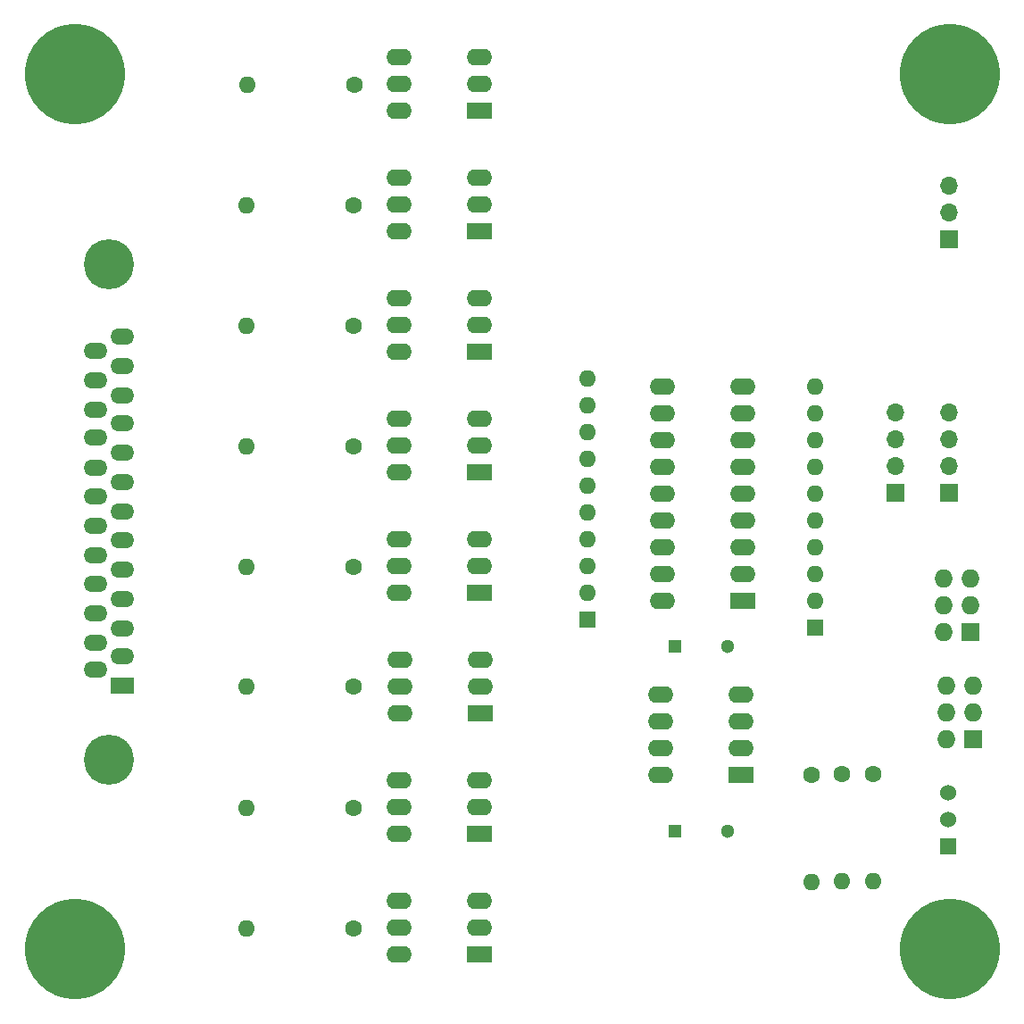
<source format=gts>
%TF.GenerationSoftware,KiCad,Pcbnew,(6.0.1)*%
%TF.CreationDate,2022-09-29T14:04:55-04:00*%
%TF.ProjectId,OptoOut8-I2C,4f70746f-4f75-4743-982d-4932432e6b69,4*%
%TF.SameCoordinates,Original*%
%TF.FileFunction,Soldermask,Top*%
%TF.FilePolarity,Negative*%
%FSLAX46Y46*%
G04 Gerber Fmt 4.6, Leading zero omitted, Abs format (unit mm)*
G04 Created by KiCad (PCBNEW (6.0.1)) date 2022-09-29 14:04:55*
%MOMM*%
%LPD*%
G01*
G04 APERTURE LIST*
%ADD10C,4.750000*%
%ADD11R,2.250000X1.524000*%
%ADD12O,2.250000X1.524000*%
%ADD13C,1.600000*%
%ADD14O,1.600000X1.600000*%
%ADD15R,2.400000X1.600000*%
%ADD16O,2.400000X1.600000*%
%ADD17C,9.525000*%
%ADD18R,1.700000X1.700000*%
%ADD19O,1.700000X1.700000*%
%ADD20R,1.600000X1.600000*%
%ADD21R,1.524000X1.524000*%
%ADD22C,1.524000*%
%ADD23R,1.727200X1.727200*%
%ADD24O,1.727200X1.727200*%
%ADD25R,1.300000X1.300000*%
%ADD26C,1.300000*%
G04 APERTURE END LIST*
D10*
%TO.C,J7*%
X39255700Y-90982800D03*
X39255700Y-43992800D03*
D11*
X40525700Y-83997800D03*
D12*
X40525700Y-81203800D03*
X40525700Y-78536800D03*
X40525700Y-75742800D03*
X40525700Y-72948800D03*
X40525700Y-70154800D03*
X40525700Y-67487800D03*
X40525700Y-64693800D03*
X40525700Y-61899800D03*
X40525700Y-59105800D03*
X40525700Y-56438800D03*
X40525700Y-53644800D03*
X40525700Y-50850800D03*
X37985700Y-82423000D03*
X37985700Y-79883000D03*
X37985700Y-77089000D03*
X37985700Y-74345800D03*
X37985700Y-71602600D03*
X37985700Y-68808600D03*
X37985700Y-66065400D03*
X37985700Y-63322200D03*
X37985700Y-60477400D03*
X37985700Y-57785000D03*
X37985700Y-55041800D03*
X37985700Y-52247800D03*
%TD*%
D13*
%TO.C,R1*%
X62510000Y-27000000D03*
D14*
X52350000Y-27000000D03*
%TD*%
D13*
%TO.C,R2*%
X62460000Y-38400000D03*
D14*
X52300000Y-38400000D03*
%TD*%
D13*
%TO.C,R3*%
X62460000Y-49900000D03*
D14*
X52300000Y-49900000D03*
%TD*%
D13*
%TO.C,R4*%
X62460000Y-61300000D03*
D14*
X52300000Y-61300000D03*
%TD*%
D13*
%TO.C,R5*%
X62460000Y-72700000D03*
D14*
X52300000Y-72700000D03*
%TD*%
D13*
%TO.C,R6*%
X62410000Y-84100000D03*
D14*
X52250000Y-84100000D03*
%TD*%
D13*
%TO.C,R8*%
X62460000Y-107000000D03*
D14*
X52300000Y-107000000D03*
%TD*%
D13*
%TO.C,R7*%
X62410000Y-95550000D03*
D14*
X52250000Y-95550000D03*
%TD*%
D15*
%TO.C,U8*%
X74422000Y-109474000D03*
D16*
X74422000Y-106934000D03*
X74422000Y-104394000D03*
X66802000Y-104394000D03*
X66802000Y-106934000D03*
X66802000Y-109474000D03*
%TD*%
D15*
%TO.C,U1*%
X74422000Y-29464000D03*
D16*
X74422000Y-26924000D03*
X74422000Y-24384000D03*
X66802000Y-24384000D03*
X66802000Y-26924000D03*
X66802000Y-29464000D03*
%TD*%
D15*
%TO.C,U2*%
X74422000Y-40894000D03*
D16*
X74422000Y-38354000D03*
X74422000Y-35814000D03*
X66802000Y-35814000D03*
X66802000Y-38354000D03*
X66802000Y-40894000D03*
%TD*%
D15*
%TO.C,U3*%
X74422000Y-52324000D03*
D16*
X74422000Y-49784000D03*
X74422000Y-47244000D03*
X66802000Y-47244000D03*
X66802000Y-49784000D03*
X66802000Y-52324000D03*
%TD*%
D15*
%TO.C,U4*%
X74422000Y-63754000D03*
D16*
X74422000Y-61214000D03*
X74422000Y-58674000D03*
X66802000Y-58674000D03*
X66802000Y-61214000D03*
X66802000Y-63754000D03*
%TD*%
D15*
%TO.C,U5*%
X74422000Y-75184000D03*
D16*
X74422000Y-72644000D03*
X74422000Y-70104000D03*
X66802000Y-70104000D03*
X66802000Y-72644000D03*
X66802000Y-75184000D03*
%TD*%
D15*
%TO.C,U6*%
X74437000Y-86599000D03*
D16*
X74437000Y-84059000D03*
X74437000Y-81519000D03*
X66817000Y-81519000D03*
X66817000Y-84059000D03*
X66817000Y-86599000D03*
%TD*%
D15*
%TO.C,U7*%
X74422000Y-98044000D03*
D16*
X74422000Y-95504000D03*
X74422000Y-92964000D03*
X66802000Y-92964000D03*
X66802000Y-95504000D03*
X66802000Y-98044000D03*
%TD*%
D17*
%TO.C,MTG4*%
X36000000Y-26000000D03*
%TD*%
%TO.C,MTG3*%
X119000000Y-26000000D03*
%TD*%
%TO.C,MTG2*%
X36000000Y-109000000D03*
%TD*%
%TO.C,MTG1*%
X119000000Y-109000000D03*
%TD*%
D18*
%TO.C,J3*%
X118900000Y-65720000D03*
D19*
X118900000Y-63180000D03*
X118900000Y-60640000D03*
X118900000Y-58100000D03*
%TD*%
D20*
%TO.C,RP1*%
X84610000Y-77724000D03*
D14*
X84610000Y-75184000D03*
X84610000Y-72644000D03*
X84610000Y-70104000D03*
X84610000Y-67564000D03*
X84610000Y-65024000D03*
X84610000Y-62484000D03*
X84610000Y-59944000D03*
X84610000Y-57404000D03*
X84610000Y-54864000D03*
%TD*%
D20*
%TO.C,RP2*%
X106200000Y-78486000D03*
D14*
X106200000Y-75946000D03*
X106200000Y-73406000D03*
X106200000Y-70866000D03*
X106200000Y-68326000D03*
X106200000Y-65786000D03*
X106200000Y-63246000D03*
X106200000Y-60706000D03*
X106200000Y-58166000D03*
X106200000Y-55626000D03*
%TD*%
D18*
%TO.C,J2*%
X113820000Y-65720000D03*
D19*
X113820000Y-63180000D03*
X113820000Y-60640000D03*
X113820000Y-58100000D03*
%TD*%
D18*
%TO.C,J1*%
X118900000Y-41656000D03*
D19*
X118900000Y-39116000D03*
X118900000Y-36576000D03*
%TD*%
D21*
%TO.C,J6*%
X118850004Y-99240010D03*
D22*
X118850004Y-96700010D03*
X118850004Y-94160010D03*
%TD*%
D13*
%TO.C,R10*%
X108800000Y-92390000D03*
D14*
X108800000Y-102550000D03*
%TD*%
D13*
%TO.C,R11*%
X111750000Y-92370000D03*
D14*
X111750000Y-102530000D03*
%TD*%
D13*
%TO.C,R9*%
X105900000Y-92420000D03*
D14*
X105900000Y-102580000D03*
%TD*%
D23*
%TO.C,J4*%
X120931991Y-78928011D03*
D24*
X118391991Y-78928011D03*
X120931991Y-76388011D03*
X118391991Y-76388011D03*
X120931991Y-73848011D03*
X118391991Y-73848011D03*
%TD*%
D23*
%TO.C,J5*%
X121185991Y-89088011D03*
D24*
X118645991Y-89088011D03*
X121185991Y-86548011D03*
X118645991Y-86548011D03*
X121185991Y-84008011D03*
X118645991Y-84008011D03*
%TD*%
D25*
%TO.C,C1*%
X92964000Y-80264000D03*
D26*
X97964000Y-80264000D03*
%TD*%
D25*
%TO.C,C2*%
X92964000Y-97790000D03*
D26*
X97964000Y-97790000D03*
%TD*%
D15*
%TO.C,U9*%
X99329000Y-75936000D03*
D16*
X99329000Y-73396000D03*
X99329000Y-70856000D03*
X99329000Y-68316000D03*
X99329000Y-65776000D03*
X99329000Y-63236000D03*
X99329000Y-60696000D03*
X99329000Y-58156000D03*
X99329000Y-55616000D03*
X91709000Y-55616000D03*
X91709000Y-58156000D03*
X91709000Y-60696000D03*
X91709000Y-63236000D03*
X91709000Y-65776000D03*
X91709000Y-68316000D03*
X91709000Y-70856000D03*
X91709000Y-73396000D03*
X91709000Y-75936000D03*
%TD*%
D15*
%TO.C,U10*%
X99225000Y-92450000D03*
D16*
X99225000Y-89910000D03*
X99225000Y-87370000D03*
X99225000Y-84830000D03*
X91605000Y-84830000D03*
X91605000Y-87370000D03*
X91605000Y-89910000D03*
X91605000Y-92450000D03*
%TD*%
M02*

</source>
